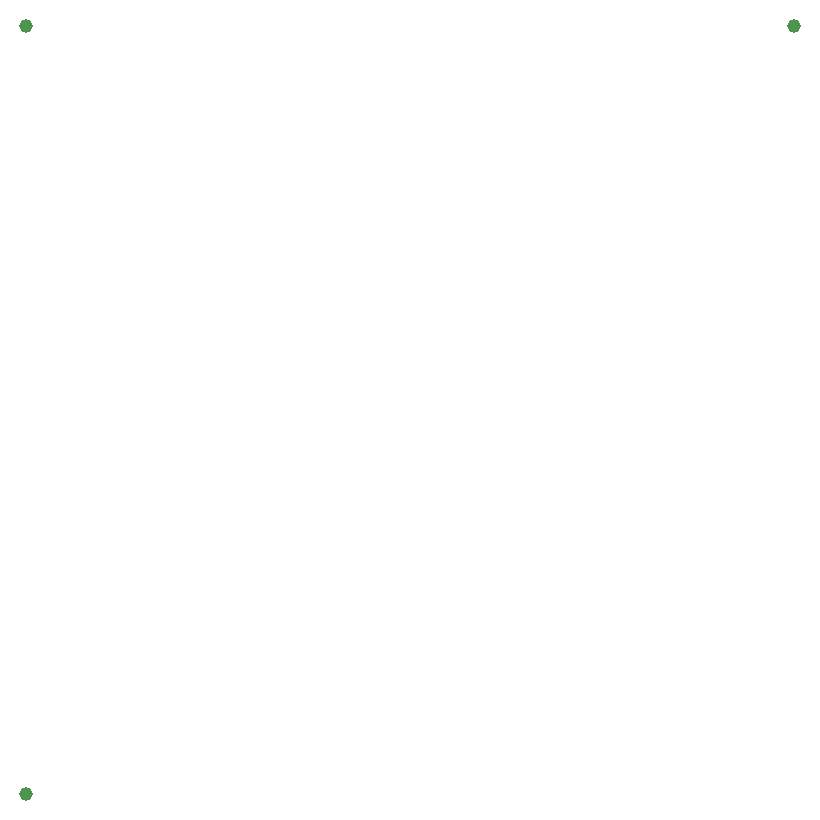
<source format=gbp>
G04 #@! TF.GenerationSoftware,KiCad,Pcbnew,7.0.2-6a45011f42~172~ubuntu22.04.1*
G04 #@! TF.CreationDate,2023-07-03T20:32:52+08:00*
G04 #@! TF.ProjectId,panel_5_1,70616e65-6c5f-4355-9f31-2e6b69636164,rev?*
G04 #@! TF.SameCoordinates,Original*
G04 #@! TF.FileFunction,Paste,Bot*
G04 #@! TF.FilePolarity,Positive*
%FSLAX46Y46*%
G04 Gerber Fmt 4.6, Leading zero omitted, Abs format (unit mm)*
G04 Created by KiCad (PCBNEW 7.0.2-6a45011f42~172~ubuntu22.04.1) date 2023-07-03 20:32:52*
%MOMM*%
%LPD*%
G01*
G04 APERTURE LIST*
%ADD10C,1.152000*%
G04 APERTURE END LIST*
D10*
G04 #@! TO.C,REF\u002A\u002A*
X2500000Y-2500000D03*
G04 #@! TD*
G04 #@! TO.C,REF\u002A\u002A*
X67500000Y-2500000D03*
G04 #@! TD*
G04 #@! TO.C,REF\u002A\u002A*
X2500000Y-67500000D03*
G04 #@! TD*
M02*

</source>
